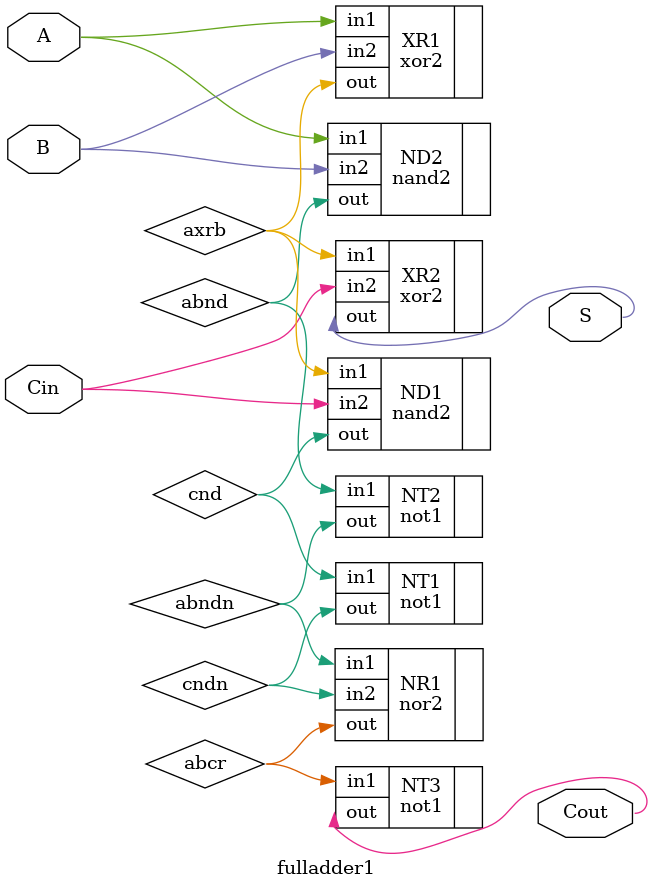
<source format=v>
module fulladder1 (A, B, Cin, S, Cout);
    input A, B, Cin;
    output S, Cout;

    wire axrb;
    xor2 XR1(.in1(A), .in2(B), .out(axrb));
    
    xor2 XR2(.in1(axrb), .in2(Cin), .out(S));

    wire cnd, cndn;
    nand2 ND1(.in1(axrb), .in2(Cin), .out(cnd));
    not1 NT1(.in1(cnd), .out(cndn));

    wire abnd, abndn;
    nand2 ND2(.in1(A), .in2(B), .out(abnd));
    not1 NT2(.in1(abnd), .out(abndn));

    wire abcr;
    nor2 NR1(.in1(abndn), .in2(cndn), .out(abcr));
    not1 NT3(.in1(abcr), .out(Cout));
endmodule
</source>
